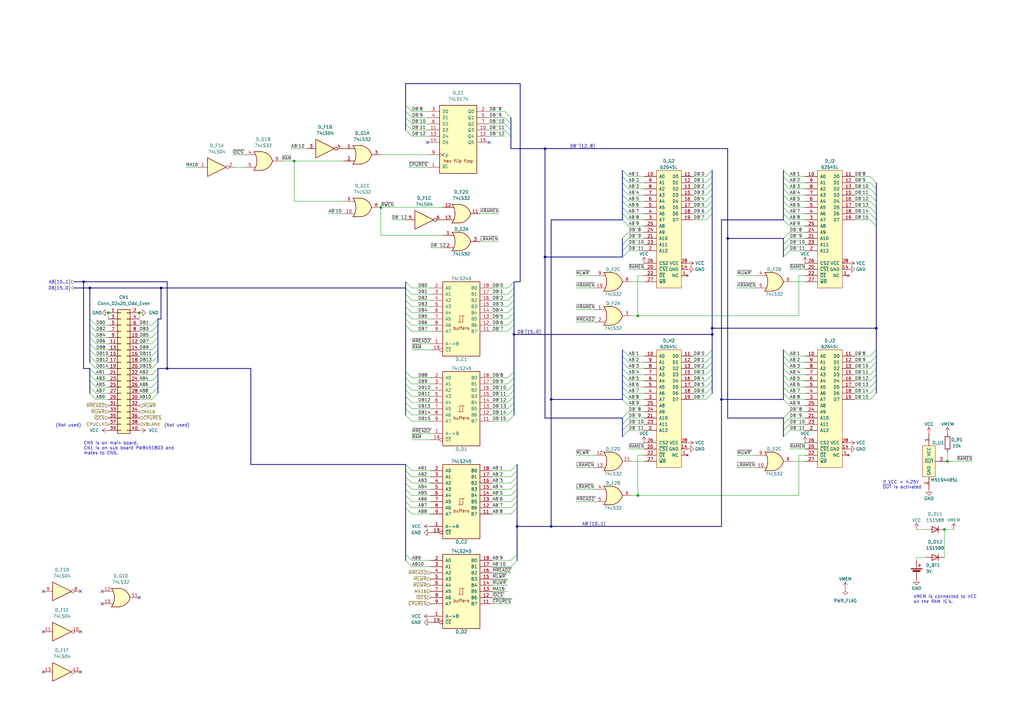
<source format=kicad_sch>
(kicad_sch (version 20231120) (generator "eeschema") (generator_version "8.0")
  (paper "A3")
  (title_block (title "Twin 16 - Rev B") (date "2024-08-04") (company "Konami GX785/GX870/GX808/GX903") (comment 1 "Ulf Skutnabba, twitter: @skutis77") (comment 2 "GC903"))
  (junction (at 57.15 128.27))
  (junction (at 292.1 134.62))
  (junction (at 223.52 60.96))
  (junction (at 387.35 217.17))
  (junction (at 261.62 203.2))
  (junction (at 388.62 189.23))
  (junction (at 212.09 215.9))
  (junction (at 223.52 105.41))
  (junction (at 359.41 134.62))
  (junction (at 68.58 151.13))
  (junction (at 36.83 118.11))
  (junction (at 44.45 128.27))
  (junction (at 34.29 115.57))
  (junction (at 298.45 97.79))
  (junction (at 292.1 137.16))
  (junction (at 295.91 163.83))
  (junction (at 120.65 66.04))
  (junction (at 156.21 85.09))
  (junction (at 261.62 129.54))
  (junction (at 226.06 163.83))
  (junction (at 210.82 137.16))
  (junction (at 66.04 118.11))
  (junction (at 226.06 215.9))
  (no_connect (at 33.02 275.59))
  (no_connect (at 175.26 58.42))
  (no_connect (at 41.91 242.57))
  (no_connect (at 17.78 275.59))
  (no_connect (at 33.02 242.57))
  (no_connect (at 41.91 247.65))
  (no_connect (at 17.78 242.57))
  (no_connect (at 17.78 259.08))
  (no_connect (at 57.15 245.11))
  (no_connect (at 33.02 259.08))
  (no_connect (at 200.66 58.42))
  (bus_entry (at 321.31 97.79) (size 2.54 -2.54))
  (bus_entry (at 36.83 156.21) (size 2.54 2.54))
  (bus_entry (at 64.77 138.43) (size -2.54 2.54))
  (bus_entry (at 255.27 90.17) (size 2.54 2.54))
  (bus_entry (at 289.56 80.01) (size 2.54 -2.54))
  (bus_entry (at 289.56 161.29) (size 2.54 -2.54))
  (bus_entry (at 208.28 165.1) (size 2.54 -2.54))
  (bus_entry (at 321.31 102.87) (size 2.54 -2.54))
  (bus_entry (at 166.37 229.87) (size 2.54 2.54))
  (bus_entry (at 209.55 193.04) (size 2.54 -2.54))
  (bus_entry (at 255.27 87.63) (size 2.54 2.54))
  (bus_entry (at 208.28 118.11) (size 2.54 -2.54))
  (bus_entry (at 64.77 151.13) (size -2.54 2.54))
  (bus_entry (at 208.28 133.35) (size 2.54 -2.54))
  (bus_entry (at 166.37 195.58) (size 2.54 2.54))
  (bus_entry (at 255.27 82.55) (size 2.54 2.54))
  (bus_entry (at 209.55 229.87) (size 2.54 -2.54))
  (bus_entry (at 321.31 87.63) (size 2.54 2.54))
  (bus_entry (at 166.37 165.1) (size 2.54 2.54))
  (bus_entry (at 36.83 130.81) (size 2.54 2.54))
  (bus_entry (at 166.37 208.28) (size 2.54 2.54))
  (bus_entry (at 166.37 198.12) (size 2.54 2.54))
  (bus_entry (at 208.28 160.02) (size 2.54 -2.54))
  (bus_entry (at 255.27 153.67) (size 2.54 2.54))
  (bus_entry (at 255.27 179.07) (size 2.54 -2.54))
  (bus_entry (at 207.01 48.26) (size 2.54 2.54))
  (bus_entry (at 321.31 69.85) (size 2.54 2.54))
  (bus_entry (at 255.27 97.79) (size 2.54 -2.54))
  (bus_entry (at 255.27 102.87) (size 2.54 -2.54))
  (bus_entry (at 207.01 53.34) (size 2.54 2.54))
  (bus_entry (at 166.37 128.27) (size 2.54 2.54))
  (bus_entry (at 356.87 80.01) (size 2.54 2.54))
  (bus_entry (at 321.31 105.41) (size 2.54 -2.54))
  (bus_entry (at 356.87 148.59) (size 2.54 -2.54))
  (bus_entry (at 209.55 195.58) (size 2.54 -2.54))
  (bus_entry (at 64.77 158.75) (size -2.54 2.54))
  (bus_entry (at 166.37 115.57) (size 2.54 2.54))
  (bus_entry (at 356.87 90.17) (size 2.54 2.54))
  (bus_entry (at 207.01 45.72) (size 2.54 2.54))
  (bus_entry (at 64.77 148.59) (size -2.54 2.54))
  (bus_entry (at 207.01 50.8) (size 2.54 2.54))
  (bus_entry (at 255.27 158.75) (size 2.54 2.54))
  (bus_entry (at 289.56 85.09) (size 2.54 -2.54))
  (bus_entry (at 289.56 158.75) (size 2.54 -2.54))
  (bus_entry (at 289.56 146.05) (size 2.54 -2.54))
  (bus_entry (at 209.55 232.41) (size 2.54 -2.54))
  (bus_entry (at 166.37 53.34) (size 2.54 2.54))
  (bus_entry (at 166.37 203.2) (size 2.54 2.54))
  (bus_entry (at 209.55 210.82) (size 2.54 -2.54))
  (bus_entry (at 321.31 161.29) (size 2.54 2.54))
  (bus_entry (at 166.37 157.48) (size 2.54 2.54))
  (bus_entry (at 289.56 156.21) (size 2.54 -2.54))
  (bus_entry (at 255.27 173.99) (size 2.54 -2.54))
  (bus_entry (at 64.77 130.81) (size -2.54 2.54))
  (bus_entry (at 255.27 105.41) (size 2.54 -2.54))
  (bus_entry (at 36.83 140.97) (size 2.54 2.54))
  (bus_entry (at 356.87 151.13) (size 2.54 -2.54))
  (bus_entry (at 166.37 45.72) (size 2.54 2.54))
  (bus_entry (at 255.27 163.83) (size 2.54 2.54))
  (bus_entry (at 289.56 77.47) (size 2.54 -2.54))
  (bus_entry (at 255.27 77.47) (size 2.54 2.54))
  (bus_entry (at 356.87 153.67) (size 2.54 -2.54))
  (bus_entry (at 36.83 143.51) (size 2.54 2.54))
  (bus_entry (at 321.31 146.05) (size 2.54 2.54))
  (bus_entry (at 208.28 170.18) (size 2.54 -2.54))
  (bus_entry (at 356.87 85.09) (size 2.54 2.54))
  (bus_entry (at 289.56 87.63) (size 2.54 -2.54))
  (bus_entry (at 356.87 74.93) (size 2.54 2.54))
  (bus_entry (at 321.31 171.45) (size 2.54 -2.54))
  (bus_entry (at 356.87 161.29) (size 2.54 -2.54))
  (bus_entry (at 356.87 156.21) (size 2.54 -2.54))
  (bus_entry (at 166.37 120.65) (size 2.54 2.54))
  (bus_entry (at 255.27 151.13) (size 2.54 2.54))
  (bus_entry (at 356.87 87.63) (size 2.54 2.54))
  (bus_entry (at 208.28 135.89) (size 2.54 -2.54))
  (bus_entry (at 255.27 74.93) (size 2.54 2.54))
  (bus_entry (at 321.31 173.99) (size 2.54 -2.54))
  (bus_entry (at 321.31 82.55) (size 2.54 2.54))
  (bus_entry (at 289.56 148.59) (size 2.54 -2.54))
  (bus_entry (at 321.31 72.39) (size 2.54 2.54))
  (bus_entry (at 166.37 130.81) (size 2.54 2.54))
  (bus_entry (at 166.37 200.66) (size 2.54 2.54))
  (bus_entry (at 255.27 148.59) (size 2.54 2.54))
  (bus_entry (at 64.77 146.05) (size -2.54 2.54))
  (bus_entry (at 289.56 163.83) (size 2.54 -2.54))
  (bus_entry (at 289.56 90.17) (size 2.54 -2.54))
  (bus_entry (at 64.77 140.97) (size -2.54 2.54))
  (bus_entry (at 64.77 156.21) (size -2.54 2.54))
  (bus_entry (at 166.37 160.02) (size 2.54 2.54))
  (bus_entry (at 356.87 146.05) (size 2.54 -2.54))
  (bus_entry (at 64.77 143.51) (size -2.54 2.54))
  (bus_entry (at 166.37 133.35) (size 2.54 2.54))
  (bus_entry (at 255.27 156.21) (size 2.54 2.54))
  (bus_entry (at 255.27 143.51) (size 2.54 2.54))
  (bus_entry (at 321.31 90.17) (size 2.54 2.54))
  (bus_entry (at 321.31 151.13) (size 2.54 2.54))
  (bus_entry (at 166.37 162.56) (size 2.54 2.54))
  (bus_entry (at 208.28 172.72) (size 2.54 -2.54))
  (bus_entry (at 255.27 100.33) (size 2.54 -2.54))
  (bus_entry (at 166.37 227.33) (size 2.54 2.54))
  (bus_entry (at 36.83 135.89) (size 2.54 2.54))
  (bus_entry (at 356.87 72.39) (size 2.54 2.54))
  (bus_entry (at 356.87 163.83) (size 2.54 -2.54))
  (bus_entry (at 36.83 158.75) (size 2.54 2.54))
  (bus_entry (at 321.31 143.51) (size 2.54 2.54))
  (bus_entry (at 166.37 205.74) (size 2.54 2.54))
  (bus_entry (at 36.83 138.43) (size 2.54 2.54))
  (bus_entry (at 209.55 208.28) (size 2.54 -2.54))
  (bus_entry (at 166.37 152.4) (size 2.54 2.54))
  (bus_entry (at 255.27 171.45) (size 2.54 -2.54))
  (bus_entry (at 208.28 157.48) (size 2.54 -2.54))
  (bus_entry (at 321.31 163.83) (size 2.54 2.54))
  (bus_entry (at 64.77 153.67) (size -2.54 2.54))
  (bus_entry (at 321.31 158.75) (size 2.54 2.54))
  (bus_entry (at 255.27 85.09) (size 2.54 2.54))
  (bus_entry (at 166.37 125.73) (size 2.54 2.54))
  (bus_entry (at 36.83 151.13) (size 2.54 2.54))
  (bus_entry (at 166.37 48.26) (size 2.54 2.54))
  (bus_entry (at 64.77 133.35) (size -2.54 2.54))
  (bus_entry (at 208.28 167.64) (size 2.54 -2.54))
  (bus_entry (at 208.28 125.73) (size 2.54 -2.54))
  (bus_entry (at 289.56 72.39) (size 2.54 -2.54))
  (bus_entry (at 356.87 158.75) (size 2.54 -2.54))
  (bus_entry (at 255.27 69.85) (size 2.54 2.54))
  (bus_entry (at 289.56 153.67) (size 2.54 -2.54))
  (bus_entry (at 356.87 82.55) (size 2.54 2.54))
  (bus_entry (at 208.28 162.56) (size 2.54 -2.54))
  (bus_entry (at 209.55 198.12) (size 2.54 -2.54))
  (bus_entry (at 321.31 153.67) (size 2.54 2.54))
  (bus_entry (at 208.28 120.65) (size 2.54 -2.54))
  (bus_entry (at 36.83 153.67) (size 2.54 2.54))
  (bus_entry (at 356.87 77.47) (size 2.54 2.54))
  (bus_entry (at 166.37 43.18) (size 2.54 2.54))
  (bus_entry (at 64.77 135.89) (size -2.54 2.54))
  (bus_entry (at 36.83 133.35) (size 2.54 2.54))
  (bus_entry (at 166.37 50.8) (size 2.54 2.54))
  (bus_entry (at 36.83 148.59) (size 2.54 2.54))
  (bus_entry (at 255.27 146.05) (size 2.54 2.54))
  (bus_entry (at 209.55 200.66) (size 2.54 -2.54))
  (bus_entry (at 255.27 72.39) (size 2.54 2.54))
  (bus_entry (at 255.27 80.01) (size 2.54 2.54))
  (bus_entry (at 209.55 205.74) (size 2.54 -2.54))
  (bus_entry (at 166.37 193.04) (size 2.54 2.54))
  (bus_entry (at 321.31 176.53) (size 2.54 -2.54))
  (bus_entry (at 321.31 156.21) (size 2.54 2.54))
  (bus_entry (at 166.37 154.94) (size 2.54 2.54))
  (bus_entry (at 321.31 80.01) (size 2.54 2.54))
  (bus_entry (at 255.27 161.29) (size 2.54 2.54))
  (bus_entry (at 289.56 74.93) (size 2.54 -2.54))
  (bus_entry (at 289.56 151.13) (size 2.54 -2.54))
  (bus_entry (at 321.31 85.09) (size 2.54 2.54))
  (bus_entry (at 321.31 179.07) (size 2.54 -2.54))
  (bus_entry (at 36.83 161.29) (size 2.54 2.54))
  (bus_entry (at 208.28 130.81) (size 2.54 -2.54))
  (bus_entry (at 166.37 190.5) (size 2.54 2.54))
  (bus_entry (at 208.28 154.94) (size 2.54 -2.54))
  (bus_entry (at 166.37 123.19) (size 2.54 2.54))
  (bus_entry (at 321.31 74.93) (size 2.54 2.54))
  (bus_entry (at 208.28 128.27) (size 2.54 -2.54))
  (bus_entry (at 36.83 146.05) (size 2.54 2.54))
  (bus_entry (at 321.31 77.47) (size 2.54 2.54))
  (bus_entry (at 209.55 203.2) (size 2.54 -2.54))
  (bus_entry (at 64.77 161.29) (size -2.54 2.54))
  (bus_entry (at 166.37 170.18) (size 2.54 2.54))
  (bus_entry (at 255.27 176.53) (size 2.54 -2.54))
  (bus_entry (at 321.31 148.59) (size 2.54 2.54))
  (bus_entry (at 166.37 118.11) (size 2.54 2.54))
  (bus_entry (at 208.28 123.19) (size 2.54 -2.54))
  (bus_entry (at 166.37 167.64) (size 2.54 2.54))
  (bus_entry (at 289.56 82.55) (size 2.54 -2.54))
  (bus_entry (at 321.31 100.33) (size 2.54 -2.54))
  (wire (pts (xy 330.2 113.03) (xy 327.66 113.03)))
  (wire (pts (xy 57.15 146.05) (xy 62.23 146.05)))
  (bus (pts (xy 166.37 48.26) (xy 166.37 45.72)))
  (bus (pts (xy 359.41 82.55) (xy 359.41 85.09)))
  (bus (pts (xy 292.1 80.01) (xy 292.1 82.55)))
  (bus (pts (xy 64.77 140.97) (xy 64.77 138.43)))
  (wire (pts (xy 201.93 234.95) (xy 209.55 234.95)))
  (wire (pts (xy 168.91 128.27) (xy 176.53 128.27)))
  (bus (pts (xy 36.83 140.97) (xy 36.83 138.43)))
  (bus (pts (xy 64.77 138.43) (xy 64.77 135.89)))
  (wire (pts (xy 167.64 68.58) (xy 175.26 68.58)))
  (wire (pts (xy 168.91 208.28) (xy 176.53 208.28)))
  (bus (pts (xy 255.27 87.63) (xy 255.27 90.17)))
  (wire (pts (xy 176.53 101.6) (xy 181.61 101.6)))
  (wire (pts (xy 201.93 229.87) (xy 209.55 229.87)))
  (wire (pts (xy 39.37 140.97) (xy 44.45 140.97)))
  (wire (pts (xy 201.93 120.65) (xy 208.28 120.65)))
  (wire (pts (xy 168.91 229.87) (xy 176.53 229.87)))
  (bus (pts (xy 166.37 53.34) (xy 166.37 50.8)))
  (bus (pts (xy 166.37 167.64) (xy 166.37 165.1)))
  (wire (pts (xy 201.93 170.18) (xy 208.28 170.18)))
  (wire (pts (xy 323.85 95.25) (xy 330.2 95.25)))
  (bus (pts (xy 321.31 90.17) (xy 295.91 90.17)))
  (wire (pts (xy 323.85 151.13) (xy 330.2 151.13)))
  (wire (pts (xy 44.45 128.27) (xy 44.45 130.81)))
  (bus (pts (xy 321.31 173.99) (xy 321.31 171.45)))
  (wire (pts (xy 39.37 146.05) (xy 44.45 146.05)))
  (wire (pts (xy 323.85 102.87) (xy 330.2 102.87)))
  (bus (pts (xy 292.1 146.05) (xy 292.1 148.59)))
  (bus (pts (xy 255.27 153.67) (xy 255.27 156.21)))
  (wire (pts (xy 323.85 148.59) (xy 330.2 148.59)))
  (wire (pts (xy 388.62 185.42) (xy 388.62 189.23)))
  (wire (pts (xy 284.48 87.63) (xy 289.56 87.63)))
  (wire (pts (xy 257.81 82.55) (xy 264.16 82.55)))
  (wire (pts (xy 323.85 153.67) (xy 330.2 153.67)))
  (wire (pts (xy 201.93 210.82) (xy 209.55 210.82)))
  (bus (pts (xy 30.48 115.57) (xy 34.29 115.57)))
  (bus (pts (xy 321.31 77.47) (xy 321.31 80.01)))
  (bus (pts (xy 359.41 90.17) (xy 359.41 92.71)))
  (wire (pts (xy 257.81 100.33) (xy 264.16 100.33)))
  (bus (pts (xy 321.31 100.33) (xy 321.31 97.79)))
  (bus (pts (xy 359.41 80.01) (xy 359.41 82.55)))
  (bus (pts (xy 321.31 171.45) (xy 298.45 171.45)))
  (wire (pts (xy 284.48 161.29) (xy 289.56 161.29)))
  (bus (pts (xy 321.31 156.21) (xy 321.31 158.75)))
  (wire (pts (xy 323.85 176.53) (xy 330.2 176.53)))
  (bus (pts (xy 166.37 133.35) (xy 166.37 130.81)))
  (wire (pts (xy 257.81 158.75) (xy 264.16 158.75)))
  (wire (pts (xy 201.93 172.72) (xy 208.28 172.72)))
  (bus (pts (xy 255.27 72.39) (xy 255.27 74.93)))
  (wire (pts (xy 120.65 66.04) (xy 140.97 66.04)))
  (wire (pts (xy 323.85 80.01) (xy 330.2 80.01)))
  (bus (pts (xy 36.83 158.75) (xy 36.83 161.29)))
  (wire (pts (xy 236.22 132.08) (xy 243.84 132.08)))
  (wire (pts (xy 57.15 158.75) (xy 62.23 158.75)))
  (bus (pts (xy 321.31 158.75) (xy 321.31 161.29)))
  (wire (pts (xy 57.15 133.35) (xy 62.23 133.35)))
  (wire (pts (xy 168.91 45.72) (xy 175.26 45.72)))
  (bus (pts (xy 210.82 118.11) (xy 210.82 115.57)))
  (wire (pts (xy 39.37 143.51) (xy 44.45 143.51)))
  (bus (pts (xy 321.31 143.51) (xy 321.31 146.05)))
  (wire (pts (xy 350.52 153.67) (xy 356.87 153.67)))
  (bus (pts (xy 36.83 135.89) (xy 36.83 133.35)))
  (bus (pts (xy 255.27 77.47) (xy 255.27 80.01)))
  (wire (pts (xy 201.93 135.89) (xy 208.28 135.89)))
  (wire (pts (xy 323.85 156.21) (xy 330.2 156.21)))
  (bus (pts (xy 166.37 45.72) (xy 166.37 43.18)))
  (wire (pts (xy 257.81 156.21) (xy 264.16 156.21)))
  (bus (pts (xy 210.82 130.81) (xy 210.82 128.27)))
  (bus (pts (xy 66.04 130.81) (xy 66.04 118.11)))
  (bus (pts (xy 210.82 123.19) (xy 210.82 120.65)))
  (bus (pts (xy 255.27 69.85) (xy 255.27 72.39)))
  (wire (pts (xy 259.08 189.23) (xy 264.16 189.23)))
  (bus (pts (xy 210.82 170.18) (xy 210.82 167.64)))
  (wire (pts (xy 323.85 77.47) (xy 330.2 77.47)))
  (bus (pts (xy 64.77 146.05) (xy 64.77 143.51)))
  (wire (pts (xy 257.81 163.83) (xy 264.16 163.83)))
  (bus (pts (xy 226.06 163.83) (xy 226.06 215.9)))
  (bus (pts (xy 321.31 82.55) (xy 321.31 85.09)))
  (bus (pts (xy 210.82 160.02) (xy 210.82 157.48)))
  (wire (pts (xy 323.85 173.99) (xy 330.2 173.99)))
  (wire (pts (xy 323.85 158.75) (xy 330.2 158.75)))
  (wire (pts (xy 257.81 166.37) (xy 264.16 166.37)))
  (wire (pts (xy 387.35 217.17) (xy 391.16 217.17)))
  (bus (pts (xy 64.77 133.35) (xy 64.77 130.81)))
  (bus (pts (xy 223.52 105.41) (xy 255.27 105.41)))
  (wire (pts (xy 201.93 157.48) (xy 208.28 157.48)))
  (wire (pts (xy 257.81 153.67) (xy 264.16 153.67)))
  (bus (pts (xy 166.37 205.74) (xy 166.37 203.2)))
  (wire (pts (xy 168.91 118.11) (xy 176.53 118.11)))
  (bus (pts (xy 166.37 34.29) (xy 213.36 34.29)))
  (wire (pts (xy 257.81 77.47) (xy 264.16 77.47)))
  (wire (pts (xy 261.62 186.69) (xy 261.62 203.2)))
  (wire (pts (xy 323.85 72.39) (xy 330.2 72.39)))
  (bus (pts (xy 166.37 125.73) (xy 166.37 123.19)))
  (wire (pts (xy 168.91 143.51) (xy 176.53 143.51)))
  (bus (pts (xy 226.06 215.9) (xy 295.91 215.9)))
  (bus (pts (xy 321.31 102.87) (xy 321.31 100.33)))
  (bus (pts (xy 295.91 163.83) (xy 295.91 215.9)))
  (wire (pts (xy 201.93 205.74) (xy 209.55 205.74)))
  (wire (pts (xy 323.85 184.15) (xy 330.2 184.15)))
  (wire (pts (xy 257.81 161.29) (xy 264.16 161.29)))
  (wire (pts (xy 168.91 123.19) (xy 176.53 123.19)))
  (wire (pts (xy 323.85 171.45) (xy 330.2 171.45)))
  (wire (pts (xy 201.93 208.28) (xy 209.55 208.28)))
  (wire (pts (xy 201.93 167.64) (xy 208.28 167.64)))
  (bus (pts (xy 166.37 157.48) (xy 166.37 154.94)))
  (bus (pts (xy 166.37 123.19) (xy 166.37 120.65)))
  (wire (pts (xy 261.62 129.54) (xy 327.66 129.54)))
  (wire (pts (xy 200.66 48.26) (xy 207.01 48.26)))
  (wire (pts (xy 261.62 113.03) (xy 261.62 129.54)))
  (wire (pts (xy 156.21 96.52) (xy 181.61 96.52)))
  (wire (pts (xy 168.91 125.73) (xy 176.53 125.73)))
  (wire (pts (xy 201.93 162.56) (xy 208.28 162.56)))
  (wire (pts (xy 257.81 148.59) (xy 264.16 148.59)))
  (wire (pts (xy 236.22 191.77) (xy 243.84 191.77)))
  (wire (pts (xy 236.22 127) (xy 243.84 127)))
  (wire (pts (xy 236.22 113.03) (xy 243.84 113.03)))
  (wire (pts (xy 201.93 198.12) (xy 209.55 198.12)))
  (bus (pts (xy 166.37 165.1) (xy 166.37 162.56)))
  (bus (pts (xy 30.48 118.11) (xy 36.83 118.11)))
  (bus (pts (xy 102.87 190.5) (xy 102.87 151.13)))
  (bus (pts (xy 292.1 137.16) (xy 292.1 143.51)))
  (wire (pts (xy 350.52 77.47) (xy 356.87 77.47)))
  (wire (pts (xy 302.26 118.11) (xy 309.88 118.11)))
  (bus (pts (xy 64.77 158.75) (xy 64.77 156.21)))
  (bus (pts (xy 298.45 60.96) (xy 298.45 97.79)))
  (wire (pts (xy 201.93 245.11) (xy 207.01 245.11)))
  (wire (pts (xy 57.15 156.21) (xy 62.23 156.21)))
  (wire (pts (xy 284.48 74.93) (xy 289.56 74.93)))
  (bus (pts (xy 223.52 60.96) (xy 209.55 60.96)))
  (wire (pts (xy 168.91 195.58) (xy 176.53 195.58)))
  (wire (pts (xy 257.81 173.99) (xy 264.16 173.99)))
  (wire (pts (xy 325.12 115.57) (xy 330.2 115.57)))
  (bus (pts (xy 359.41 158.75) (xy 359.41 156.21)))
  (wire (pts (xy 57.15 140.97) (xy 62.23 140.97)))
  (wire (pts (xy 302.26 113.03) (xy 309.88 113.03)))
  (bus (pts (xy 166.37 227.33) (xy 166.37 208.28)))
  (wire (pts (xy 284.48 158.75) (xy 289.56 158.75)))
  (wire (pts (xy 168.91 170.18) (xy 176.53 170.18)))
  (bus (pts (xy 359.41 87.63) (xy 359.41 90.17)))
  (wire (pts (xy 284.48 151.13) (xy 289.56 151.13)))
  (wire (pts (xy 168.91 130.81) (xy 176.53 130.81)))
  (wire (pts (xy 284.48 72.39) (xy 289.56 72.39)))
  (wire (pts (xy 284.48 146.05) (xy 289.56 146.05)))
  (wire (pts (xy 323.85 74.93) (xy 330.2 74.93)))
  (bus (pts (xy 64.77 135.89) (xy 64.77 133.35)))
  (bus (pts (xy 64.77 151.13) (xy 68.58 151.13)))
  (wire (pts (xy 57.15 163.83) (xy 62.23 163.83)))
  (wire (pts (xy 120.65 82.55) (xy 120.65 66.04)))
  (bus (pts (xy 212.09 200.66) (xy 212.09 198.12)))
  (wire (pts (xy 201.93 237.49) (xy 208.28 237.49)))
  (wire (pts (xy 115.57 66.04) (xy 120.65 66.04)))
  (bus (pts (xy 255.27 158.75) (xy 255.27 161.29)))
  (bus (pts (xy 321.31 153.67) (xy 321.31 156.21)))
  (wire (pts (xy 302.26 191.77) (xy 309.88 191.77)))
  (wire (pts (xy 196.85 99.06) (xy 204.47 99.06)))
  (wire (pts (xy 327.66 113.03) (xy 327.66 129.54)))
  (bus (pts (xy 255.27 97.79) (xy 255.27 100.33)))
  (wire (pts (xy 168.91 120.65) (xy 176.53 120.65)))
  (bus (pts (xy 255.27 156.21) (xy 255.27 158.75)))
  (bus (pts (xy 359.41 77.47) (xy 359.41 80.01)))
  (wire (pts (xy 257.81 171.45) (xy 264.16 171.45)))
  (bus (pts (xy 212.09 229.87) (xy 212.09 227.33)))
  (wire (pts (xy 350.52 82.55) (xy 356.87 82.55)))
  (wire (pts (xy 168.91 48.26) (xy 175.26 48.26)))
  (wire (pts (xy 325.12 189.23) (xy 330.2 189.23)))
  (bus (pts (xy 36.83 146.05) (xy 36.83 143.51)))
  (bus (pts (xy 255.27 74.93) (xy 255.27 77.47)))
  (wire (pts (xy 168.91 53.34) (xy 175.26 53.34)))
  (wire (pts (xy 201.93 128.27) (xy 208.28 128.27)))
  (wire (pts (xy 350.52 146.05) (xy 356.87 146.05)))
  (bus (pts (xy 292.1 153.67) (xy 292.1 156.21)))
  (bus (pts (xy 223.52 105.41) (xy 223.52 171.45)))
  (wire (pts (xy 168.91 133.35) (xy 176.53 133.35)))
  (wire (pts (xy 57.15 153.67) (xy 62.23 153.67)))
  (bus (pts (xy 255.27 85.09) (xy 255.27 87.63)))
  (bus (pts (xy 292.1 134.62) (xy 292.1 137.16)))
  (wire (pts (xy 168.91 193.04) (xy 176.53 193.04)))
  (wire (pts (xy 257.81 176.53) (xy 264.16 176.53)))
  (bus (pts (xy 166.37 50.8) (xy 166.37 48.26)))
  (wire (pts (xy 156.21 96.52) (xy 156.21 85.09)))
  (wire (pts (xy 39.37 153.67) (xy 44.45 153.67)))
  (wire (pts (xy 350.52 151.13) (xy 356.87 151.13)))
  (bus (pts (xy 292.1 151.13) (xy 292.1 153.67)))
  (bus (pts (xy 212.09 227.33) (xy 212.09 215.9)))
  (bus (pts (xy 255.27 148.59) (xy 255.27 151.13)))
  (wire (pts (xy 323.85 161.29) (xy 330.2 161.29)))
  (bus (pts (xy 36.83 151.13) (xy 36.83 153.67)))
  (wire (pts (xy 323.85 90.17) (xy 330.2 90.17)))
  (bus (pts (xy 255.27 173.99) (xy 255.27 171.45)))
  (bus (pts (xy 255.27 100.33) (xy 255.27 102.87)))
  (wire (pts (xy 388.62 189.23) (xy 398.78 189.23)))
  (wire (pts (xy 119.38 60.96) (xy 125.73 60.96)))
  (bus (pts (xy 64.77 153.67) (xy 64.77 151.13)))
  (wire (pts (xy 350.52 74.93) (xy 356.87 74.93)))
  (bus (pts (xy 298.45 97.79) (xy 298.45 171.45)))
  (bus (pts (xy 321.31 179.07) (xy 321.31 176.53)))
  (wire (pts (xy 201.93 232.41) (xy 209.55 232.41)))
  (bus (pts (xy 102.87 190.5) (xy 166.37 190.5)))
  (wire (pts (xy 201.93 130.81) (xy 208.28 130.81)))
  (wire (pts (xy 39.37 133.35) (xy 44.45 133.35)))
  (wire (pts (xy 201.93 203.2) (xy 209.55 203.2)))
  (wire (pts (xy 168.91 50.8) (xy 175.26 50.8)))
  (wire (pts (xy 57.15 151.13) (xy 62.23 151.13)))
  (bus (pts (xy 255.27 90.17) (xy 226.06 90.17)))
  (wire (pts (xy 196.85 87.63) (xy 204.47 87.63)))
  (bus (pts (xy 166.37 128.27) (xy 166.37 125.73)))
  (wire (pts (xy 168.91 167.64) (xy 176.53 167.64)))
  (bus (pts (xy 36.83 143.51) (xy 36.83 140.97)))
  (bus (pts (xy 64.77 148.59) (xy 64.77 146.05)))
  (bus (pts (xy 36.83 153.67) (xy 36.83 156.21)))
  (wire (pts (xy 57.15 148.59) (xy 62.23 148.59)))
  (wire (pts (xy 327.66 186.69) (xy 330.2 186.69)))
  (bus (pts (xy 166.37 208.28) (xy 166.37 205.74)))
  (wire (pts (xy 120.65 82.55) (xy 140.97 82.55)))
  (bus (pts (xy 68.58 115.57) (xy 34.29 115.57)))
  (bus (pts (xy 321.31 146.05) (xy 321.31 148.59)))
  (wire (pts (xy 323.85 146.05) (xy 330.2 146.05)))
  (wire (pts (xy 57.15 161.29) (xy 62.23 161.29)))
  (wire (pts (xy 39.37 151.13) (xy 44.45 151.13)))
  (bus (pts (xy 213.36 34.29) (xy 213.36 115.57)))
  (wire (pts (xy 168.91 232.41) (xy 176.53 232.41)))
  (bus (pts (xy 255.27 176.53) (xy 255.27 173.99)))
  (wire (pts (xy 323.85 100.33) (xy 330.2 100.33)))
  (bus (pts (xy 210.82 157.48) (xy 210.82 154.94)))
  (wire (pts (xy 350.52 161.29) (xy 356.87 161.29)))
  (bus (pts (xy 292.1 143.51) (xy 292.1 146.05)))
  (bus (pts (xy 210.82 133.35) (xy 210.82 130.81)))
  (bus (pts (xy 255.27 80.01) (xy 255.27 82.55)))
  (wire (pts (xy 284.48 148.59) (xy 289.56 148.59)))
  (bus (pts (xy 64.77 130.81) (xy 66.04 130.81)))
  (bus (pts (xy 210.82 125.73) (xy 210.82 123.19)))
  (bus (pts (xy 295.91 90.17) (xy 295.91 163.83)))
  (bus (pts (xy 321.31 148.59) (xy 321.31 151.13)))
  (bus (pts (xy 210.82 162.56) (xy 210.82 160.02)))
  (bus (pts (xy 212.09 193.04) (xy 212.09 190.5)))
  (bus (pts (xy 359.41 153.67) (xy 359.41 151.13)))
  (bus (pts (xy 34.29 151.13) (xy 36.83 151.13)))
  (bus (pts (xy 166.37 118.11) (xy 166.37 115.57)))
  (wire (pts (xy 236.22 186.69) (xy 243.84 186.69)))
  (wire (pts (xy 323.85 168.91) (xy 330.2 168.91)))
  (bus (pts (xy 223.52 60.96) (xy 223.52 105.41)))
  (wire (pts (xy 39.37 158.75) (xy 44.45 158.75)))
  (wire (pts (xy 39.37 138.43) (xy 44.45 138.43)))
  (wire (pts (xy 350.52 163.83) (xy 356.87 163.83)))
  (bus (pts (xy 66.04 118.11) (xy 166.37 118.11)))
  (bus (pts (xy 359.41 148.59) (xy 359.41 146.05)))
  (bus (pts (xy 359.41 151.13) (xy 359.41 148.59)))
  (wire (pts (xy 200.66 50.8) (xy 207.01 50.8)))
  (wire (pts (xy 201.93 125.73) (xy 208.28 125.73)))
  (bus (pts (xy 209.55 53.34) (xy 209.55 55.88)))
  (wire (pts (xy 134.62 87.63) (xy 140.97 87.63)))
  (bus (pts (xy 255.27 179.07) (xy 255.27 176.53)))
  (wire (pts (xy 350.52 148.59) (xy 356.87 148.59)))
  (wire (pts (xy 375.92 228.6) (xy 375.92 229.87)))
  (bus (pts (xy 255.27 161.29) (xy 255.27 163.83)))
  (bus (pts (xy 359.41 74.93) (xy 359.41 77.47)))
  (bus (pts (xy 292.1 158.75) (xy 292.1 161.29)))
  (wire (pts (xy 39.37 148.59) (xy 44.45 148.59)))
  (wire (pts (xy 160.655 90.17) (xy 166.37 90.17)))
  (wire (pts (xy 201.93 165.1) (xy 208.28 165.1)))
  (bus (pts (xy 298.45 97.79) (xy 321.31 97.79)))
  (bus (pts (xy 68.58 151.13) (xy 68.58 115.57)))
  (bus (pts (xy 212.09 205.74) (xy 212.09 203.2)))
  (bus (pts (xy 36.83 148.59) (xy 36.83 146.05)))
  (bus (pts (xy 166.37 170.18) (xy 166.37 167.64)))
  (wire (pts (xy 201.93 123.19) (xy 208.28 123.19)))
  (wire (pts (xy 57.15 128.27) (xy 57.15 130.81)))
  (wire (pts (xy 257.81 151.13) (xy 264.16 151.13)))
  (bus (pts (xy 321.31 80.01) (xy 321.31 82.55)))
  (wire (pts (xy 168.91 177.8) (xy 176.53 177.8)))
  (wire (pts (xy 257.81 90.17) (xy 264.16 90.17)))
  (bus (pts (xy 166.37 203.2) (xy 166.37 200.66)))
  (wire (pts (xy 261.62 129.54) (xy 259.08 129.54)))
  (wire (pts (xy 201.93 200.66) (xy 209.55 200.66)))
  (bus (pts (xy 36.83 118.11) (xy 36.83 130.81)))
  (wire (pts (xy 168.91 198.12) (xy 176.53 198.12)))
  (bus (pts (xy 166.37 120.65) (xy 166.37 118.11)))
  (bus (pts (xy 166.37 229.87) (xy 166.37 227.33)))
  (wire (pts (xy 168.91 200.66) (xy 176.53 200.66)))
  (wire (pts (xy 201.93 118.11) (xy 208.28 118.11)))
  (bus (pts (xy 166.37 152.4) (xy 166.37 133.35)))
  (wire (pts (xy 57.15 138.43) (xy 62.23 138.43)))
  (bus (pts (xy 210.82 167.64) (xy 210.82 165.1)))
  (wire (pts (xy 236.22 118.11) (xy 243.84 118.11)))
  (bus (pts (xy 359.41 85.09) (xy 359.41 87.63)))
  (bus (pts (xy 166.37 195.58) (xy 166.37 193.04)))
  (wire (pts (xy 168.91 180.34) (xy 176.53 180.34)))
  (bus (pts (xy 321.31 161.29) (xy 321.31 163.83)))
  (wire (pts (xy 323.85 163.83) (xy 330.2 163.83)))
  (wire (pts (xy 200.66 55.88) (xy 207.01 55.88)))
  (bus (pts (xy 226.06 90.17) (xy 226.06 163.83)))
  (wire (pts (xy 257.81 184.15) (xy 264.16 184.15)))
  (wire (pts (xy 284.48 80.01) (xy 289.56 80.01)))
  (bus (pts (xy 212.09 215.9) (xy 226.06 215.9)))
  (wire (pts (xy 350.52 158.75) (xy 356.87 158.75)))
  (wire (pts (xy 168.91 165.1) (xy 176.53 165.1)))
  (wire (pts (xy 39.37 161.29) (xy 44.45 161.29)))
  (bus (pts (xy 255.27 82.55) (xy 255.27 85.09)))
  (wire (pts (xy 257.81 85.09) (xy 264.16 85.09)))
  (wire (pts (xy 96.52 68.58) (xy 100.33 68.58)))
  (bus (pts (xy 212.09 203.2) (xy 212.09 200.66)))
  (bus (pts (xy 321.31 85.09) (xy 321.31 87.63)))
  (wire (pts (xy 284.48 153.67) (xy 289.56 153.67)))
  (wire (pts (xy 284.48 77.47) (xy 289.56 77.47)))
  (bus (pts (xy 212.09 208.28) (xy 212.09 205.74)))
  (wire (pts (xy 39.37 156.21) (xy 44.45 156.21)))
  (bus (pts (xy 292.1 72.39) (xy 292.1 74.93)))
  (wire (pts (xy 259.08 115.57) (xy 264.16 115.57)))
  (bus (pts (xy 210.82 165.1) (xy 210.82 162.56)))
  (bus (pts (xy 255.27 146.05) (xy 255.27 148.59)))
  (bus (pts (xy 210.82 128.27) (xy 210.82 125.73)))
  (bus (pts (xy 166.37 200.66) (xy 166.37 198.12)))
  (bus (pts (xy 321.31 74.93) (xy 321.31 77.47)))
  (wire (pts (xy 284.48 85.09) (xy 289.56 85.09)))
  (wire (pts (xy 168.91 210.82) (xy 176.53 210.82)))
  (wire (pts (xy 375.92 217.17) (xy 379.73 217.17)))
  (bus (pts (xy 255.27 151.13) (xy 255.27 153.67)))
  (wire (pts (xy 168.91 154.94) (xy 176.53 154.94)))
  (wire (pts (xy 323.85 82.55) (xy 330.2 82.55)))
  (bus (pts (xy 212.09 198.12) (xy 212.09 195.58)))
  (wire (pts (xy 257.81 74.93) (xy 264.16 74.93)))
  (wire (pts (xy 350.52 156.21) (xy 356.87 156.21)))
  (wire (pts (xy 302.26 186.69) (xy 309.88 186.69)))
  (bus (pts (xy 210.82 152.4) (xy 210.82 137.16)))
  (wire (pts (xy 95.25 63.5) (xy 100.33 63.5)))
  (wire (pts (xy 323.85 110.49) (xy 330.2 110.49)))
  (wire (pts (xy 323.85 85.09) (xy 330.2 85.09)))
  (wire (pts (xy 57.15 143.51) (xy 62.23 143.51)))
  (bus (pts (xy 292.1 156.21) (xy 292.1 158.75)))
  (bus (pts (xy 295.91 163.83) (xy 321.31 163.83)))
  (wire (pts (xy 201.93 195.58) (xy 209.55 195.58)))
  (bus (pts (xy 255.27 171.45) (xy 223.52 171.45)))
  (wire (pts (xy 284.48 90.17) (xy 289.56 90.17)))
  (bus (pts (xy 359.41 146.05) (xy 359.41 143.51)))
  (wire (pts (xy 257.81 97.79) (xy 264.16 97.79)))
  (bus (pts (xy 209.55 48.26) (xy 209.55 50.8)))
  (wire (pts (xy 201.93 240.03) (xy 208.28 240.03)))
  (bus (pts (xy 321.31 176.53) (xy 321.31 173.99)))
  (bus (pts (xy 209.55 55.88) (xy 209.55 60.96)))
  (wire (pts (xy 350.52 85.09) (xy 356.87 85.09)))
  (bus (pts (xy 321.31 105.41) (xy 321.31 102.87)))
  (bus (pts (xy 64.77 143.51) (xy 64.77 140.97)))
  (bus (pts (xy 166.37 193.04) (xy 166.37 190.5)))
  (bus (pts (xy 321.31 151.13) (xy 321.31 153.67)))
  (bus (pts (xy 210.82 115.57) (xy 213.36 115.57)))
  (wire (pts (xy 168.91 140.97) (xy 176.53 140.97)))
  (bus (pts (xy 209.55 50.8) (xy 209.55 53.34)))
  (bus (pts (xy 255.27 143.51) (xy 255.27 146.05)))
  (bus (pts (xy 166.37 43.18) (xy 166.37 34.29)))
  (wire (pts (xy 201.93 133.35) (xy 208.28 133.35)))
  (wire (pts (xy 257.81 102.87) (xy 264.16 102.87)))
  (bus (pts (xy 292.1 134.62) (xy 359.41 134.62)))
  (wire (pts (xy 284.48 82.55) (xy 289.56 82.55)))
  (bus (pts (xy 359.41 156.21) (xy 359.41 153.67)))
  (bus (pts (xy 102.87 151.13) (xy 68.58 151.13)))
  (wire (pts (xy 375.92 228.6) (xy 379.73 228.6)))
  (wire (pts (xy 168.91 157.48) (xy 176.53 157.48)))
  (wire (pts (xy 200.66 53.34) (xy 207.01 53.34)))
  (bus (pts (xy 321.31 87.63) (xy 321.31 90.17)))
  (wire (pts (xy 264.16 113.03) (xy 261.62 113.03)))
  (wire (pts (xy 257.81 110.49) (xy 264.16 110.49)))
  (bus (pts (xy 64.77 161.29) (xy 64.77 158.75)))
  (wire (pts (xy 350.52 87.63) (xy 356.87 87.63)))
  (bus (pts (xy 292.1 148.59) (xy 292.1 151.13)))
  (wire (pts (xy 168.91 172.72) (xy 176.53 172.72)))
  (wire (pts (xy 257.81 80.01) (xy 264.16 80.01)))
  (bus (pts (xy 298.45 60.96) (xy 223.52 60.96)))
  (wire (pts (xy 284.48 156.21) (xy 289.56 156.21)))
  (wire (pts (xy 264.16 186.69) (xy 261.62 186.69)))
  (wire (pts (xy 323.85 97.79) (xy 330.2 97.79)))
  (bus (pts (xy 36.83 156.21) (xy 36.83 158.75)))
  (bus (pts (xy 66.04 118.11) (xy 36.83 118.11)))
  (wire (pts (xy 236.22 200.66) (xy 243.84 200.66)))
  (wire (pts (xy 168.91 135.89) (xy 176.53 135.89)))
  (wire (pts (xy 39.37 135.89) (xy 44.45 135.89)))
  (bus (pts (xy 166.37 198.12) (xy 166.37 195.58)))
  (wire (pts (xy 168.91 205.74) (xy 176.53 205.74)))
  (wire (pts (xy 257.81 168.91) (xy 264.16 168.91)))
  (wire (pts (xy 257.81 87.63) (xy 264.16 87.63)))
  (wire (pts (xy 168.91 55.88) (xy 175.26 55.88)))
  (wire (pts (xy 201.93 193.04) (xy 209.55 193.04)))
  (wire (pts (xy 156.21 85.09) (xy 181.61 85.09)))
  (wire (pts (xy 200.66 45.72) (xy 207.01 45.72)))
  (bus (pts (xy 166.37 154.94) (xy 166.37 152.4)))
  (wire (pts (xy 39.37 163.83) (xy 44.45 163.83)))
  (bus (pts (xy 166.37 160.02) (xy 166.37 157.48)))
  (bus (pts (xy 210.82 154.94) (xy 210.82 152.4)))
  (bus (pts (xy 292.1 87.63) (xy 292.1 134.62)))
  (wire (pts (xy 156.21 63.5) (xy 175.26 63.5)))
  (wire (pts (xy 350.52 90.17) (xy 356.87 90.17)))
  (wire (pts (xy 201.93 247.65) (xy 209.55 247.65)))
  (bus (pts (xy 292.1 77.47) (xy 292.1 80.01)))
  (bus (pts (xy 359.41 161.29) (xy 359.41 158.75)))
  (bus (pts (xy 321.31 72.39) (xy 321.31 74.93)))
  (wire (pts (xy 57.15 135.89) (xy 62.23 135.89)))
  (wire (pts (xy 257.81 95.25) (xy 264.16 95.25)))
  (wire (pts (xy 323.85 87.63) (xy 330.2 87.63)))
  (wire (pts (xy 76.2 68.58) (xy 81.28 68.58)))
  (bus (pts (xy 292.1 74.93) (xy 292.1 77.47)))
  (bus (pts (xy 210.82 120.65) (xy 210.82 118.11)))
  (bus (pts (xy 166.37 130.81) (xy 166.37 128.27)))
  (wire (pts (xy 236.22 205.74) (xy 243.84 205.74)))
  (bus (pts (xy 36.83 133.35) (xy 36.83 130.81)))
  (wire (pts (xy 323.85 166.37) (xy 330.2 166.37)))
  (bus (pts (xy 210.82 137.16) (xy 210.82 133.35)))
  (bus (pts (xy 292.1 69.85) (xy 292.1 72.39)))
  (wire (pts (xy 168.91 203.2) (xy 176.53 203.2)))
  (wire (pts (xy 201.93 242.57) (xy 208.28 242.57)))
  (bus (pts (xy 210.82 137.16) (xy 292.1 137.16)))
  (bus (pts (xy 292.1 85.09) (xy 292.1 87.63)))
  (bus (pts (xy 166.37 162.56) (xy 166.37 160.02)))
  (wire (pts (xy 257.81 72.39) (xy 264.16 72.39)))
  (wire (pts (xy 261.62 203.2) (xy 259.08 203.2)))
  (wire (pts (xy 350.52 80.01) (xy 356.87 80.01)))
  (bus (pts (xy 321.31 69.85) (xy 321.31 72.39)))
  (wire (pts (xy 168.91 162.56) (xy 176.53 162.56)))
  (wire (pts (xy 201.93 154.94) (xy 208.28 154.94)))
  (wire (pts (xy 201.93 160.02) (xy 208.28 160.02)))
  (wire (pts (xy 261.62 203.2) (xy 327.66 203.2)))
  (wire (pts (xy 323.85 92.71) (xy 330.2 92.71)))
  (bus (pts (xy 359.41 92.71) (xy 359.41 134.62)))
  (wire (pts (xy 350.52 72.39) (xy 356.87 72.39)))
  (wire (pts (xy 257.81 146.05) (xy 264.16 146.05)))
  (bus (pts (xy 212.09 215.9) (xy 212.09 208.28)))
  (bus (pts (xy 64.77 156.21) (xy 64.77 153.67)))
  (wire (pts (xy 168.91 160.02) (xy 176.53 160.02)))
  (wire (pts (xy 257.81 92.71) (xy 264.16 92.71)))
  (bus (pts (xy 34.29 115.57) (xy 34.29 151.13)))
  (bus (pts (xy 212.09 195.58) (xy 212.09 193.04)))
  (wire (pts (xy 387.35 217.17) (xy 387.35 228.6)))
  (bus (pts (xy 36.83 138.43) (xy 36.83 135.89)))
  (wire (pts (xy 327.66 203.2) (xy 327.66 186.69)))
  (bus (pts (xy 255.27 163.83) (xy 226.06 163.83)))
  (bus (pts (xy 359.41 143.51) (xy 359.41 134.62)))
  (bus (pts (xy 292.1 82.55) (xy 292.1 85.09)))
  (bus (pts (xy 255.27 102.87) (xy 255.27 105.41)))
  (wire (pts (xy 284.48 163.83) (xy 289.56 163.83)))
  (text "CN5 is on main board.\nCN1 is on sub board PWB451803 and\nmates to CN5." (at 34.29 186.69 0) (effects (font (size 1.27 1.27)) (justify left bottom)))
  (text "If VCC > 4.25V\n~{OUT} is activated" (at 361.95 200.66 0) (effects (font (size 1.27 1.27)) (justify left bottom)))
  (text "VMEM is connected to VCC\non the RAM IC's." (at 374.65 247.65 0) (effects (font (size 1.27 1.27)) (justify left bottom)))
  (text "(Not used)" (at 22.86 175.26 0) (effects (font (size 1.27 1.27)) (justify left bottom)))
  (text "(Not used)" (at 67.31 175.26 0) (effects (font (size 1.27 1.27)) (justify left bottom)))
  (label "AB2" (at 171.45 195.58 0))
  (label "~{HRAMEN}" (at 236.22 127 0))
  (label "DB''11" (at 323.85 102.87 0))
  (label "DB0" (at 171.45 118.11 0))
  (label "DB''9" (at 200.66 48.26 0))
  (label "MA16'" (at 201.93 242.57 0))
  (label "DB'12" (at 350.52 82.55 0))
  (label "DB'3" (at 284.48 80.01 0))
  (label "DB'13" (at 201.93 167.64 0))
  (label "AB'1" (at 201.93 193.04 0))
  (label "AB'5" (at 257.81 82.55 0))
  (label "DB''10" (at 257.81 100.33 0))
  (label "DB''10" (at 323.85 100.33 0))
  (label "AB'8" (at 323.85 163.83 0))
  (label "~{RAM}" (at 168.91 180.34 0))
  (label "~{RAMEN}" (at 392.43 189.23 0))
  (label "AB'9" (at 323.85 166.37 0))
  (label "DB13" (at 57.15 148.59 0))
  (label "DB3" (at 57.15 135.89 0))
  (label "AB4" (at 171.45 200.66 0))
  (label "AB6" (at 171.45 205.74 0))
  (label "AB'2" (at 323.85 148.59 0))
  (label "AB'2" (at 201.93 195.58 0))
  (label "DB'7" (at 201.93 135.89 0))
  (label "DB8" (at 171.45 154.94 0))
  (label "AB9" (at 168.91 229.87 0))
  (label "DB'14" (at 350.52 87.63 0))
  (label "~{IOCS'}" (at 95.25 63.5 0))
  (label "DB'3" (at 201.93 125.73 0))
  (label "DB''11" (at 323.85 176.53 0))
  (label "DB'14" (at 350.52 161.29 0))
  (label "DB'12" (at 350.52 156.21 0))
  (label "DB'10" (at 201.93 160.02 0))
  (label "~{LRAMEN}" (at 236.22 191.77 0))
  (label "AB'7" (at 257.81 87.63 0))
  (label "~{MLWR'}" (at 201.93 237.49 0))
  (label "AB'4" (at 323.85 80.01 0))
  (label "DB11" (at 57.15 146.05 0))
  (label "DB'13" (at 350.52 85.09 0))
  (label "~{MREAD2'}" (at 201.93 234.95 0))
  (label "DB''12" (at 160.655 90.17 0))
  (label "~{IOCS'}" (at 207.01 245.11 180))
  (label "DB'2" (at 284.48 77.47 0))
  (label "~{MLWR'}" (at 236.22 186.69 0))
  (label "DB'9" (at 201.93 157.48 0))
  (label "DB''10" (at 257.81 173.99 0))
  (label "DB11" (at 171.45 162.56 0))
  (label "DB'15" (at 350.52 163.83 0))
  (label "AB'5" (at 257.81 156.21 0))
  (label "DB'10" (at 350.52 77.47 0))
  (label "DB2" (at 39.37 135.89 0))
  (label "AB'2" (at 323.85 74.93 0))
  (label "DB'2" (at 284.48 151.13 0))
  (label "DB'11" (at 350.52 80.01 0))
  (label "DB15" (at 57.15 151.13 0))
  (label "DB''10" (at 200.66 50.8 0))
  (label "AB'5" (at 323.85 82.55 0))
  (label "~{MREAD2'}" (at 236.22 132.08 0))
  (label "DB14" (at 39.37 151.13 0))
  (label "AB'4" (at 323.85 153.67 0))
  (label "~{MUWR'}" (at 302.26 113.03 0))
  (label "DB'0" (at 284.48 146.05 0))
  (label "AB'3" (at 323.85 151.13 0))
  (label "~{LRAMEN}" (at 302.26 191.77 0))
  (label "AB'2" (at 257.81 74.93 0))
  (label "~{RAMEN}" (at 323.85 110.49 0))
  (label "~{MREAD2'}" (at 168.91 177.8 0))
  (label "DB9" (at 57.15 143.51 0))
  (label "AB'6" (at 257.81 85.09 0))
  (label "DB8" (at 39.37 143.51 0))
  (label "AB3" (at 39.37 156.21 0))
  (label "~{RWEN}" (at 156.21 85.09 0))
  (label "DB'1" (at 284.48 74.93 0))
  (label "DB1" (at 57.15 133.35 0))
  (label "DB'9" (at 350.52 148.59 0))
  (label "DB12" (at 171.45 165.1 0))
  (label "~{MUWR'}" (at 201.93 240.03 0))
  (label "DB'2" (at 201.93 123.19 0))
  (label "AB3" (at 171.45 198.12 0))
  (label "DB14" (at 171.45 170.18 0))
  (label "AB'3" (at 201.93 198.12 0))
  (label "DB5" (at 171.45 130.81 0))
  (label "AB'2" (at 257.81 148.59 0))
  (label "DB'15" (at 350.52 90.17 0))
  (label "DB''8" (at 200.66 45.72 0))
  (label "AB9" (at 39.37 163.83 0))
  (label "DB'11" (at 168.91 53.34 0))
  (label "DB3" (at 171.45 125.73 0))
  (label "AB10" (at 168.91 232.41 0))
  (label "AB'[10..1]" (at 238.76 215.9 0))
  (label "DB'1" (at 201.93 120.65 0))
  (label "AB'10" (at 201.93 232.41 0))
  (label "DB'15" (at 201.93 172.72 0))
  (label "DB''8" (at 257.81 168.91 0))
  (label "DB0" (at 39.37 133.35 0))
  (label "DB1" (at 171.45 120.65 0))
  (label "~{RAM}" (at 115.57 66.04 0))
  (label "DB10" (at 39.37 146.05 0))
  (label "~{HRAMEN}" (at 196.85 87.63 0))
  (label "AB7" (at 171.45 208.28 0))
  (label "AB'6" (at 323.85 85.09 0))
  (label "AB'4" (at 201.93 200.66 0))
  (label "AB'10" (at 119.38 60.96 0))
  (label "AB'5" (at 323.85 156.21 0))
  (label "~{MUWR'}" (at 302.26 186.69 0))
  (label "~{RAM}" (at 168.91 143.51 0))
  (label "AB'6" (at 323.85 158.75 0))
  (label "AB'7" (at 323.85 161.29 0))
  (label "DB'8" (at 168.91 45.72 0))
  (label "DB'1" (at 284.48 148.59 0))
  (label "DB''[12..8]" (at 233.68 60.96 0))
  (label "AB'9" (at 323.85 92.71 0))
  (label "DB6" (at 39.37 140.97 0))
  (label "AB10" (at 57.15 163.83 0))
  (label "DB'6" (at 284.48 87.63 0))
  (label "DB''9" (at 257.81 97.79 0))
  (label "DB'9" (at 168.91 48.26 0))
  (label "~{RAMEN}" (at 323.85 184.15 0))
  (label "DB''9" (at 323.85 171.45 0))
  (label "DB'8" (at 350.52 72.39 0))
  (label "DB2" (at 171.45 123.19 0))
  (label "AB'9" (at 201.93 229.87 0))
  (label "AB'3" (at 257.81 151.13 0))
  (label "DB'8" (at 350.52 146.05 0))
  (label "~{MREAD2'}" (at 168.91 140.97 0))
  (label "AB1" (at 39.37 153.67 0))
  (label "AB'3" (at 257.81 77.47 0))
  (label "AB'5" (at 201.93 203.2 0))
  (label "DB'4" (at 284.48 82.55 0))
  (label "DB4" (at 39.37 138.43 0))
  (label "DB4" (at 171.45 128.27 0))
  (label "AB'7" (at 201.93 208.28 0))
  (label "AB'1" (at 323.85 72.39 0))
  (label "MA16'" (at 76.2 68.58 0))
  (label "AB5" (at 171.45 203.2 0))
  (label "DB'12" (at 168.91 55.88 0))
  (label "DB'10" (at 168.91 50.8 0))
  (label "DB'[15..0]" (at 212.09 137.16 0))
  (label "DB'5" (at 201.93 130.81 0))
  (label "DB'14" (at 201.93 170.18 0))
  (label "DB'4" (at 201.93 128.27 0))
  (label "DB''12" (at 176.53 101.6 0))
  (label "DB7" (at 57.15 140.97 0))
  (label "AB'3" (at 323.85 77.47 0))
  (label "~{RAMEN}" (at 257.81 110.49 0))
  (label "DB'13" (at 350.52 158.75 0))
  (label "AB'9" (at 257.81 92.71 0))
  (label "~{HRAMEN}" (at 302.26 118.11 0))
  (label "DB'6" (at 201.93 133.35 0))
  (label "~{CPURES'}" (at 201.93 247.65 0))
  (label "AB'4" (at 257.81 80.01 0))
  (label "DB'5" (at 284.48 85.09 0))
  (label "DB''11" (at 200.66 53.34 0))
  (label "~{CPURES'}" (at 167.64 68.58 0))
  (label "AB'8" (at 257.81 163.83 0))
  (label "DB'8" (at 201.93 154.94 0))
  (label "DB''11" (at 257.81 102.87 0))
  (label "AB7" (at 39.37 161.29 0))
  (label "~{RAMEN}" (at 257.81 184.15 0))
  (label "~{LRAMEN}" (at 196.85 99.06 0))
  (label "DB''12" (at 200.66 55.88 0))
  (label "DB'12" (at 201.93 165.1 0))
  (label "~{LRAMEN}" (at 236.22 200.66 0))
  (label "DB'7" (at 284.48 163.83 0))
  (label "AB'1" (at 257.81 146.05 0))
  (label "AB'8" (at 201.93 210.82 0))
  (label "AB'8" (at 323.85 90.17 0))
  (label "AB'7" (at 323.85 87.63 0))
  (label "AB1" (at 171.45 193.04 0))
  (label "AB'7" (at 257.81 161.29 0))
  (label "DB'6" (at 284.48 161.29 0))
  (label "~{MREAD2'}" (at 236.22 205.74 0))
  (label "~{HRAMEN}" (at 236.22 118.11 0))
  (label "AB8" (at 171.45 210.82 0))
  (label "DB9" (at 171.45 157.48 0))
  (label "DB''9" (at 323.85 97.79 0))
  (label "DB'9" (at 350.52 74.93 0))
  (label "AB'9" (at 257.81 166.37 0))
  (label "AB6" (at 57.15 158.75 0))
  (label "DB'11" (at 350.52 153.67 0))
  (label "DB''8" (at 323.85 95.25 0))
  (label "~{MLWR'}" (at 236.22 113.03 0))
  (label "DB5" (at 57.15 138.43 0))
  (label "DB13" (at 171.45 167.64 0))
  (label "AB4" (at 57.15 156.21 0))
  (label "DB'7" (at 284.48 90.17 0))
  (label "DB6" (at 171.45 133.35 0))
  (label "AB'10" (at 134.62 87.63 0))
  (label "DB15" (at 171.45 172.72 0))
  (label "AB'1" (at 323.85 146.05 0))
  (label "DB12" (at 39.37 148.59 0))
  (label "DB''8" (at 257.81 95.25 0))
  (label "DB''11" (at 257.81 176.53 0))
  (label "DB7" (at 171.45 135.89 0))
  (label "AB5" (at 39.37 158.75 0))
  (label "AB'1" (at 257.81 72.39 0))
  (label "DB'10" (at 350.52 151.13 0))
  (label "DB'3" (at 284.48 153.67 0))
  (label "DB'0" (at 284.48 72.39 0))
  (label "AB'6" (at 201.93 205.74 0))
  (label "AB2" (at 57.15 153.67 0))
  (label "AB8" (at 57.15 161.29 0))
  (label "DB''8" (at 323.85 168.91 0))
  (label "DB10" (at 171.45 160.02 0))
  (label "DB''10" (at 323.85 173.99 0))
  (label "DB''9" (at 257.81 171.45 0))
  (label "AB'4" (at 257.81 153.67 0))
  (label "DB'0" (at 201.93 118.11 0))
  (label "DB'11" (at 201.93 162.56 0))
  (label "DB'5" (at 284.48 158.75 0))
  (label "AB'8" (at 257.81 90.17 0))
  (label "DB'4" (at 284.48 156.21 0))
  (label "AB'6" (at 257.81 158.75 0))
  (hierarchical_label "~{MREAD2}" (shape input) (at 176.53 234.95 180))
  (hierarchical_label "~{MUWR}" (shape input) (at 44.45 168.91 180))
  (hierarchical_label "AB[10..1]" (shape input) (at 30.48 115.57 180))
  (hierarchical_label "MA16" (shape input) (at 176.53 242.57 180))
  (hierarchical_label "MA16" (shape input) (at 57.15 168.91 0))
  (hierarchical_label "~{IOCS}" (shape input) (at 176.53 245.11 180))
  (hierarchical_label "~{MUWR}" (shape input) (at 176.53 240.03 180))
  (hierarchical_label "VBLANK" (shape input) (at 57.15 173.99 0))
  (hierarchical_label "~{MREAD2}" (shape input) (at 44.45 166.37 180))
  (hierarchical_label "~{CPURES}" (shape input) (at 57.15 171.45 0))
  (hierarchical_label "~{MLWR}" (shape input) (at 57.15 166.37 0))
  (hierarchical_label "~{MLWR}" (shape input) (at 176.53 237.49 180))
  (hierarchical_label "~{IOCS}" (shape input) (at 44.45 171.45 180))
  (hierarchical_label "~{CPURES}" (shape input) (at 176.53 247.65 180))
  (hierarchical_label "DB[15..0]" (shape bidirectional) (at 30.48 118.11 180))
  (hierarchical_label "CPUCLK" (shape input) (at 44.45 173.99 180))
  (symbol (lib_id "jt74:74LS04") (at 173.99 90.17 0) (unit 3)
    (property "Reference" "D_F1" (at 173.99 81.28 0))
    (property "Value" "74LS04" (at 173.99 83.82 0))
    (property "Datasheet" "http://www.ti.com/lit/gpn/sn74LS04" (effects (hide yes)))
  )
  (symbol (lib_id "power:VCC") (at 381 177.8 0) (unit 1)
    (property "Reference" "#PWR019" (effects (hide yes)))
    (property "Value" "VCC" (at 381 173.99 0))
  )
  (symbol (lib_id "Device:Battery_Cell") (at 375.92 234.95 0) (unit 1)
    (property "Reference" "D_BT1" (at 379.73 231.8385 0) (effects (justify left)))
    (property "Value" "3V" (at 379.73 234.3785 0) (effects (justify left)))
  )
  (symbol (lib_id "power:GND") (at 381 200.66 0) (unit 1)
    (property "Reference" "#PWR020" (effects (hide yes)))
    (property "Value" "GND" (at 381 204.47 0))
  )
  (symbol (lib_id "power:VCC") (at 264.16 181.61 0) (mirror y) (unit 1)
    (property "Reference" "#PWR014" (effects (hide yes)))
    (property "Value" "VCC" (at 264.16 177.8 0))
  )
  (symbol (lib_id "power:VCC") (at 176.53 215.9 90) (unit 1)
    (property "Reference" "#PWR09" (effects (hide yes)))
    (property "Value" "VCC" (at 172.72 215.9 90) (effects (justify left)))
  )
  (symbol (lib_id "jt74:74LS245") (at 189.23 167.64 0) (unit 1)
    (property "Reference" "D_D1" (at 189.23 184.15 0))
    (property "Value" "74LS245" (at 189.23 151.13 0))
    (property "Datasheet" "http://www.ti.com/lit/gpn/sn74LS245" (effects (hide yes)))
  )
  (symbol (lib_id "power:VMEM") (at 391.16 217.17 0) (unit 1)
    (property "Reference" "#PWR022" (effects (hide yes)))
    (property "Value" "VMEM" (at 391.16 213.36 0))
  )
  (symbol (lib_id "jt_ram:SRAM8K8B") (at 340.36 93.98 0) (unit 1)
    (property "Reference" "D_I2" (at 340.36 66.04 0))
    (property "Value" "6264SL" (at 340.36 68.58 0))
    (property "Datasheet" "https://circuits-diy.com/wp-content/uploads/2021/10/6264P-12.pdf" (effects (hide yes)))
  )
  (symbol (lib_id "74xx:74LS32") (at 189.23 99.06 0) (unit 1)
    (property "Reference" "D_E2" (at 189.23 93.98 0))
    (property "Value" "74LS32" (at 189.23 104.14 0))
    (property "Datasheet" "http://www.ti.com/lit/gpn/sn74LS32" (effects (hide yes)))
  )
  (symbol (lib_id "jt74:74LS174") (at 187.96 55.88 0) (unit 1)
    (property "Reference" "D_E1" (at 187.96 38.1 0))
    (property "Value" "74LS174" (at 187.96 40.64 0))
    (property "Datasheet" "http://www.ti.com/lit/gpn/sn74LS174" (effects (hide yes)))
  )
  (symbol (lib_id "jt74:74LS245") (at 189.23 205.74 0) (unit 1)
    (property "Reference" "D_C2" (at 189.23 222.25 0))
    (property "Value" "74LS245" (at 189.23 189.23 0))
    (property "Datasheet" "http://www.ti.com/lit/gpn/sn74LS245" (effects (hide yes)))
  )
  (symbol (lib_id "jt74:74LS04") (at 133.35 60.96 0) (unit 2)
    (property "Reference" "D_F1" (at 133.35 52.07 0))
    (property "Value" "74LS04" (at 133.35 54.61 0))
    (property "Datasheet" "http://www.ti.com/lit/gpn/sn74LS04" (effects (hide yes)))
  )
  (symbol (lib_id "jt74:74LS245") (at 189.23 130.81 0) (unit 1)
    (property "Reference" "D_C1" (at 189.23 147.32 0))
    (property "Value" "74LS245" (at 189.23 114.3 0))
    (property "Datasheet" "http://www.ti.com/lit/gpn/sn74LS245" (effects (hide yes)))
  )
  (symbol (lib_id "power:GND") (at 281.94 110.49 90) (unit 1)
    (property "Reference" "#PWR0171" (effects (hide yes)))
    (property "Value" "GND" (at 287.02 110.49 90))
  )
  (symbol (lib_id "jt74:74LS32") (at 251.46 129.54 0) (unit 1)
    (property "Reference" "D_F2" (at 251.46 124.46 0))
    (property "Value" "74LS32" (at 251.46 134.62 0))
    (property "Datasheet" "http://www.ti.com/lit/gpn/sn74LS32" (effects (hide yes)))
  )
  (symbol (lib_id "jt74:74LS32") (at 317.5 115.57 0) (unit 2)
    (property "Reference" "D_F2" (at 317.5 110.49 0))
    (property "Value" "74LS32" (at 317.5 120.65 0))
    (property "Datasheet" "http://www.ti.com/lit/gpn/sn74LS32" (effects (hide yes)))
  )
  (symbol (lib_id "jt74:74LS245") (at 189.23 242.57 0) (unit 1)
    (property "Reference" "D_D2" (at 189.23 259.08 0))
    (property "Value" "74LS245" (at 189.23 226.06 0))
    (property "Datasheet" "http://www.ti.com/lit/gpn/sn74LS245" (effects (hide yes)))
  )
  (symbol (lib_id "power:GND") (at 347.98 110.49 90) (unit 1)
    (property "Reference" "#PWR0173" (effects (hide yes)))
    (property "Value" "GND" (at 353.06 110.49 90))
  )
  (symbol (lib_id "74xx:74LS32") (at 251.46 203.2 0) (unit 2)
    (property "Reference" "D_E2" (at 251.46 198.12 0))
    (property "Value" "74LS32" (at 251.46 208.28 0))
    (property "Datasheet" "http://www.ti.com/lit/gpn/sn74LS32" (effects (hide yes)))
  )
  (symbol (lib_id "power:VCC") (at 57.15 176.53 270) (mirror x) (unit 1)
    (property "Reference" "#PWR04" (effects (hide yes)))
    (property "Value" "VCC" (at 60.96 176.53 90) (effects (justify left)))
  )
  (symbol (lib_id "power:VCC") (at 281.94 181.61 270) (unit 1)
    (property "Reference" "#PWR0148" (effects (hide yes)))
    (property "Value" "VCC" (at 287.02 181.61 90))
  )
  (symbol (lib_id "power:GND") (at 281.94 184.15 90) (unit 1)
    (property "Reference" "#PWR0169" (effects (hide yes)))
    (property "Value" "GND" (at 287.02 184.15 90))
  )
  (symbol (lib_id "Device:D") (at 383.54 228.6 180) (unit 1)
    (property "Reference" "D_D12" (at 383.54 222.25 0))
    (property "Value" "1S1588" (at 383.54 224.79 0))
    (property "Datasheet" "http://www.eicsemi.com/datasheet/1S1588.PDF" (effects (hide yes)))
    (property "Sim.Device" "D" (effects (hide yes)))
    (property "Sim.Pins" "1=K 2=A" (effects (hide yes)))
  )
  (symbol (lib_id "power:GND") (at 44.45 128.27 270) (unit 1)
    (property "Reference" "#PWR01" (effects (hide yes)))
    (property "Value" "GND" (at 41.91 128.27 90) (effects (justify right)))
  )
  (symbol (lib_id "jt74:74LS32") (at 189.23 87.63 0) (unit 4)
    (property "Reference" "D_F2" (at 189.23 78.74 0))
    (property "Value" "74LS32" (at 189.23 81.28 0))
    (property "Datasheet" "http://www.ti.com/lit/gpn/sn74LS32" (effects (hide yes)))
  )
  (symbol (lib_id "power:VCC") (at 375.92 217.17 0) (unit 1)
    (property "Reference" "#PWR017" (effects (hide yes)))
    (property "Value" "VCC" (at 375.92 213.36 0))
  )
  (symbol (lib_id "power:GND") (at 176.53 255.27 270) (unit 1)
    (property "Reference" "#PWR012" (effects (hide yes)))
    (property "Value" "GND" (at 172.72 255.27 90) (effects (justify right)))
  )
  (symbol (lib_id "jt74:74LS04") (at 25.4 259.08 0) (unit 5)
    (property "Reference" "D_F1" (at 25.4 250.19 0))
    (property "Value" "74LS04" (at 25.4 252.73 0))
    (property "Datasheet" "http://www.ti.com/lit/gpn/sn74LS04" (effects (hide yes)))
  )
  (symbol (lib_id "power:VMEM") (at 346.71 241.3 0) (unit 1)
    (property "Reference" "#PWR08" (effects (hide yes)))
    (property "Value" "VMEM" (at 346.71 237.49 0))
  )
  (symbol (lib_id "mitsubishi:M5194X") (at 384.81 189.23 0) (unit 1)
    (property "Reference" "D_U1" (at 384.81 181.61 0))
    (property "Value" "M51944BSL" (at 387.35 196.85 0))
    (property "Datasheet" "https://pdf1.alldatasheet.com/datasheet-pdf/download/884/MITSUBISHI/M51944B.html" (effects (hide yes)))
  )
  (symbol (lib_id "power:VCC") (at 347.98 107.95 270) (unit 1)
    (property "Reference" "#PWR0172" (effects (hide yes)))
    (property "Value" "VCC" (at 353.06 107.95 90))
  )
  (symbol (lib_id "power:PWR_FLAG") (at 346.71 241.3 180) (unit 1)
    (property "Reference" "#FLG02" (effects (hide yes)))
    (property "Value" "PWR_FLAG" (at 346.71 246.38 0))
  )
  (symbol (lib_id "power:GND") (at 176.53 218.44 270) (unit 1)
    (property "Reference" "#PWR010" (effects (hide yes)))
    (property "Value" "GND" (at 172.72 218.44 90) (effects (justify right)))
  )
  (symbol (lib_id "74xx:74LS32") (at 317.5 189.23 0) (unit 3)
    (property "Reference" "D_E2" (at 317.5 184.15 0))
    (property "Value" "74LS32" (at 317.5 194.31 0))
    (property "Datasheet" "http://www.ti.com/lit/gpn/sn74LS32" (effects (hide yes)))
  )
  (symbol (lib_id "jt_ram:SRAM8K8B") (at 340.36 167.64 0) (unit 1)
    (property "Reference" "D_J2" (at 340.36 139.7 0))
    (property "Value" "6264SL" (at 340.36 142.24 0))
    (property "Datasheet" "https://circuits-diy.com/wp-content/uploads/2021/10/6264P-12.pdf" (effects (hide yes)))
  )
  (symbol (lib_id "74xx:74LS32") (at 251.46 189.23 0) (unit 4)
    (property "Reference" "D_E2" (at 251.46 184.15 0))
    (property "Value" "74LS32" (at 251.46 194.31 0))
    (property "Datasheet" "http://www.ti.com/lit/gpn/sn74LS32" (effects (hide yes)))
  )
  (symbol (lib_id "jt74:74LS04") (at 88.9 68.58 0) (unit 1)
    (property "Reference" "D_F1" (at 88.9 59.69 0))
    (property "Value" "74LS04" (at 88.9 62.23 0))
    (property "Datasheet" "http://www.ti.com/lit/gpn/sn74LS04" (effects (hide yes)))
  )
  (symbol (lib_id "jt74:74LS04") (at 25.4 275.59 0) (unit 6)
    (property "Reference" "D_F1" (at 25.4 266.7 0))
    (property "Value" "74LS04" (at 25.4 269.24 0))
    (property "Datasheet" "http://www.ti.com/lit/gpn/sn74LS04" (effects (hide yes)))
  )
  (symbol (lib_id "jt_ram:SRAM8K8B") (at 274.32 93.98 0) (unit 1)
    (property "Reference" "D_G2" (at 274.32 66.04 0))
    (property "Value" "6264SL" (at 274.32 68.58 0))
    (property "Datasheet" "https://circuits-diy.com/wp-content/uploads/2021/10/6264P-12.pdf" (effects (hide yes)))
  )
  (symbol (lib_id "74xx:74LS32") (at 148.59 63.5 0) (unit 1)
    (property "Reference" "D_G1" (at 148.59 54.61 0))
    (property "Value" "74LS32" (at 148.59 57.15 0))
    (property "Datasheet" "http://www.ti.com/lit/gpn/sn74LS32" (effects (hide yes)))
  )
  (symbol (lib_id "74xx:74LS32") (at 107.95 66.04 0) (unit 2)
    (property "Reference" "D_G1" (at 107.95 57.15 0))
    (property "Value" "74LS32" (at 107.95 59.69 0))
    (property "Datasheet" "http://www.ti.com/lit/gpn/sn74LS32" (effects (hide yes)))
  )
  (symbol (lib_id "74xx:74LS32") (at 148.59 85.09 0) (unit 3)
    (property "Reference" "D_G1" (at 148.59 76.2 0))
    (property "Value" "74LS32" (at 148.59 78.74 0))
    (property "Datasheet" "http://www.ti.com/lit/gpn/sn74LS32" (effects (hide yes)))
  )
  (symbol (lib_id "power:VCC") (at 330.2 107.95 0) (mirror y) (unit 1)
    (property "Reference" "#PWR0143" (effects (hide yes)))
    (property "Value" "VCC" (at 330.2 104.14 0))
  )
  (symbol (lib_id "jt74:74LS32") (at 251.46 115.57 0) (unit 3)
    (property "Reference" "D_F2" (at 251.46 110.49 0))
    (property "Value" "74LS32" (at 251.46 120.65 0))
    (property "Datasheet" "http://www.ti.com/lit/gpn/sn74LS32" (effects (hide yes)))
  )
  (symbol (lib_id "power:VCC") (at 281.94 107.95 270) (unit 1)
    (property "Reference" "#PWR0170" (effects (hide yes)))
    (property "Value" "VCC" (at 287.02 107.95 90))
  )
  (symbol (lib_id "Device:D") (at 383.54 217.17 180) (unit 1)
    (property "Reference" "D_D11" (at 383.54 210.82 0))
    (property "Value" "1S1588" (at 383.54 213.36 0))
    (property "Datasheet" "http://www.eicsemi.com/datasheet/1S1588.PDF" (effects (hide yes)))
    (property "Sim.Device" "D" (effects (hide yes)))
    (property "Sim.Pins" "1=K 2=A" (effects (hide yes)))
  )
  (symbol (lib_id "power:VCC") (at 44.45 176.53 90) (unit 1)
    (property "Reference" "#PWR02" (effects (hide yes)))
    (property "Value" "VCC" (at 40.64 176.53 90) (effects (justify left)))
  )
  (symbol (lib_id "jt74:74LS04") (at 25.4 242.57 0) (unit 4)
    (property "Reference" "D_F1" (at 25.4 233.68 0))
    (property "Value" "74LS04" (at 25.4 236.22 0))
    (property "Datasheet" "http://www.ti.com/lit/gpn/sn74LS04" (effects (hide yes)))
  )
  (symbol (lib_id "power:VCC") (at 264.16 107.95 0) (mirror y) (unit 1)
    (property "Reference" "#PWR013" (effects (hide yes)))
    (property "Value" "VCC" (at 264.16 104.14 0))
  )
  (symbol (lib_id "power:GND") (at 57.15 128.27 90) (unit 1)
    (property "Reference" "#PWR03" (effects (hide yes)))
    (property "Value" "GND" (at 60.96 128.27 90) (effects (justify right)))
  )
  (symbol (lib_id "power:VMEM") (at 388.62 177.8 0) (unit 1)
    (property "Reference" "#PWR021" (effects (hide yes)))
    (property "Value" "VMEM" (at 388.62 173.99 0))
  )
  (symbol (lib_id "power:VCC") (at 347.98 181.61 270) (unit 1)
    (property "Reference" "#PWR0145" (effects (hide yes)))
    (property "Value" "VCC" (at 353.06 181.61 90))
  )
  (symbol (lib_id "Connector_Generic:Conn_02x20_Odd_Even") (at 49.53 151.13 0) (unit 1)
    (property "Reference" "CN1" (at 50.8 121.92 0))
    (property "Value" "Conn_02x20_Odd_Even" (at 50.8 124.46 0))
  )
  (symbol (lib_id "power:VCC") (at 330.2 181.61 0) (mirror y) (unit 1)
    (property "Reference" "#PWR016" (effects (hide yes)))
    (property "Value" "VCC" (at 330.2 177.8 0))
  )
  (symbol (lib_id "power:GND") (at 375.92 237.49 0) (unit 1)
    (property "Reference" "#PWR018" (effects (hide yes)))
    (property "Value" "GND" (at 375.92 241.3 0))
  )
  (symbol (lib_id "power:GND") (at 347.98 184.15 90) (unit 1)
    (property "Reference" "#PWR0146" (effects (hide yes)))
    (property "Value" "GND" (at 353.06 184.15 90))
  )
  (symbol (lib_id "jt_ram:SRAM8K8B") (at 274.32 167.64 0) (unit 1)
    (property "Reference" "D_H2" (at 274.32 139.7 0))
    (property "Value" "6264SL" (at 274.32 142.24 0))
    (property "Datasheet" "https://circuits-diy.com/wp-content/uploads/2021/10/6264P-12.pdf" (effects (hide yes)))
  )
  (symbol (lib_id "power:VCC") (at 176.53 252.73 90) (unit 1)
    (property "Reference" "#PWR011" (effects (hide yes)))
    (property "Value" "VCC" (at 172.72 252.73 90) (effects (justify left)))
  )
  (symbol (lib_id "Device:R") (at 388.62 181.61 180) (unit 1)
    (property "Reference" "D_R1" (at 392.43 180.34 0))
    (property "Value" "10k" (at 392.43 182.88 0))
  )
  (symbol (lib_id "74xx:74LS32") (at 49.53 245.11 0) (unit 4)
    (property "Reference" "D_G1" (at 49.53 236.22 0))
    (property "Value" "74LS32" (at 49.53 238.76 0))
    (property "Datasheet" "http://www.ti.com/lit/gpn/sn74LS32" (effects (hide yes)))
  )
)
</source>
